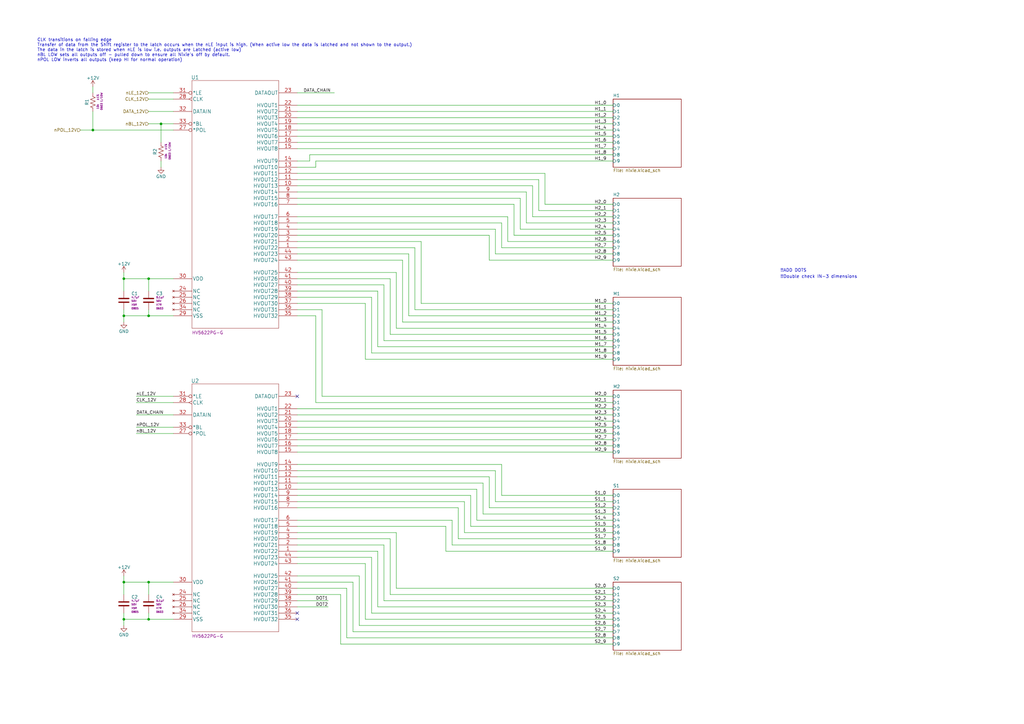
<source format=kicad_sch>
(kicad_sch (version 20211123) (generator eeschema)
  (paper "A3")
  (lib_symbols
    (symbol "arjun_symbols:CAP_CER_0u1_50V_X7R_0603" (pin_numbers hide) (pin_names (offset 0.254))
      (property "Reference" "C" (at 3.048 -1.016 0))
      (property "Capacitance" "0.1µF" (at 3.048 -2.54 0))
      (property "Voltage" "50V" (at 3.048 -4.064 0))
      (property "Package" "0603" (at 3.048 -7.112 0))
      (property "Temp Co" "X7R" (at 3.048 -5.588 0))
      (symbol "CAP_CER_0u1_50V_X7R_0603_0_1"
        (polyline (pts (xy -2.032 -4.572) (xy 2.032 -4.572)) (stroke (width 0.508)))
        (polyline (pts (xy -2.032 -3.048) (xy 2.032 -3.048)) (stroke (width 0.508)))
      )
      (symbol "CAP_CER_0u1_50V_X7R_0603_1_1"
        (pin passive line (at 0 0 270) (length 2.794) (name "~") (number "1"))
        (pin passive line (at 0 -7.62 90) (length 2.794) (name "~") (number "2"))
      )
    )
    (symbol "arjun_symbols:CAP_CER_4u7_50V_X5R_0805" (pin_numbers hide) (pin_names (offset 0.254))
      (property "Reference" "C" (at 3.048 -1.016 0))
      (property "Capacitance" "4.7µF" (at 3.048 -2.54 0))
      (property "Voltage" "50V" (at 3.048 -4.064 0))
      (property "Package" "0805" (at 3.048 -7.112 0))
      (property "Temp Co" "X5R" (at 3.048 -5.588 0))
      (symbol "CAP_CER_4u7_50V_X5R_0805_0_1"
        (polyline (pts (xy -2.032 -4.572) (xy 2.032 -4.572)) (stroke (width 0.508)))
        (polyline (pts (xy -2.032 -3.048) (xy 2.032 -3.048)) (stroke (width 0.508)))
      )
      (symbol "CAP_CER_4u7_50V_X5R_0805_1_1"
        (pin passive line (at 0 0 270) (length 2.794) (name "~") (number "1"))
        (pin passive line (at 0 -7.62 90) (length 2.794) (name "~") (number "2"))
      )
    )
    (symbol "arjun_symbols:IC_SR_HV5622PG-G" (pin_names (offset 0.254))
      (property "Reference" "U" (at 8.89 6.35 0))
      (property "ManufacturerPN" "HV5622PG-G" (at 7.62 -99.06 0))
      (symbol "IC_SR_HV5622PG-G_1_1"
        (polyline (pts (xy 7.62 -96.52) (xy 43.18 -96.52)) (stroke (width 0.127)))
        (polyline (pts (xy 7.62 5.08) (xy 7.62 -96.52)) (stroke (width 0.127)))
        (polyline (pts (xy 43.18 -96.52) (xy 43.18 5.08)) (stroke (width 0.127)))
        (polyline (pts (xy 43.18 5.08) (xy 7.62 5.08)) (stroke (width 0.127)))
        (pin output line (at 50.8 -63.5 180) (length 7.62) (name "HVOUT22") (number "1"))
        (pin output line (at 50.8 -38.1 180) (length 7.62) (name "HVOUT13") (number "10"))
        (pin output line (at 50.8 -35.56 180) (length 7.62) (name "HVOUT12") (number "11"))
        (pin output line (at 50.8 -33.02 180) (length 7.62) (name "HVOUT11") (number "12"))
        (pin output line (at 50.8 -30.48 180) (length 7.62) (name "HVOUT10") (number "13"))
        (pin output line (at 50.8 -27.94 180) (length 7.62) (name "HVOUT9") (number "14"))
        (pin output line (at 50.8 -22.86 180) (length 7.62) (name "HVOUT8") (number "15"))
        (pin output line (at 50.8 -20.32 180) (length 7.62) (name "HVOUT7") (number "16"))
        (pin output line (at 50.8 -17.78 180) (length 7.62) (name "HVOUT6") (number "17"))
        (pin output line (at 50.8 -15.24 180) (length 7.62) (name "HVOUT5") (number "18"))
        (pin output line (at 50.8 -12.7 180) (length 7.62) (name "HVOUT4") (number "19"))
        (pin output line (at 50.8 -60.96 180) (length 7.62) (name "HVOUT21") (number "2"))
        (pin output line (at 50.8 -10.16 180) (length 7.62) (name "HVOUT3") (number "20"))
        (pin output line (at 50.8 -7.62 180) (length 7.62) (name "HVOUT2") (number "21"))
        (pin output line (at 50.8 -5.08 180) (length 7.62) (name "HVOUT1") (number "22"))
        (pin output line (at 50.8 0 180) (length 7.62) (name "DATAOUT") (number "23"))
        (pin no_connect line (at 0 -81.28 0) (length 7.62) (name "NC") (number "24"))
        (pin no_connect line (at 0 -83.82 0) (length 7.62) (name "NC") (number "25"))
        (pin no_connect line (at 0 -86.36 0) (length 7.62) (name "NC") (number "26"))
        (pin input inverted (at 0 -15.24 0) (length 7.62) (name "*POL") (number "27"))
        (pin input edge_clock_high (at 0 -2.54 0) (length 7.62) (name "CLK") (number "28"))
        (pin power_in line (at 0 -91.44 0) (length 7.62) (name "VSS") (number "29"))
        (pin output line (at 50.8 -58.42 180) (length 7.62) (name "HVOUT20") (number "3"))
        (pin power_in line (at 0 -76.2 0) (length 7.62) (name "VDD") (number "30"))
        (pin input inverted (at 0 0 0) (length 7.62) (name "*LE") (number "31"))
        (pin input line (at 0 -7.62 0) (length 7.62) (name "DATAIN") (number "32"))
        (pin input inverted (at 0 -12.7 0) (length 7.62) (name "*BL") (number "33"))
        (pin no_connect line (at 0 -88.9 0) (length 7.62) (name "NC") (number "34"))
        (pin output line (at 50.8 -91.44 180) (length 7.62) (name "HVOUT32") (number "35"))
        (pin output line (at 50.8 -88.9 180) (length 7.62) (name "HVOUT31") (number "36"))
        (pin output line (at 50.8 -86.36 180) (length 7.62) (name "HVOUT30") (number "37"))
        (pin output line (at 50.8 -83.82 180) (length 7.62) (name "HVOUT29") (number "38"))
        (pin output line (at 50.8 -81.28 180) (length 7.62) (name "HVOUT28") (number "39"))
        (pin output line (at 50.8 -55.88 180) (length 7.62) (name "HVOUT19") (number "4"))
        (pin output line (at 50.8 -78.74 180) (length 7.62) (name "HVOUT27") (number "40"))
        (pin output line (at 50.8 -76.2 180) (length 7.62) (name "HVOUT26") (number "41"))
        (pin output line (at 50.8 -73.66 180) (length 7.62) (name "HVOUT25") (number "42"))
        (pin output line (at 50.8 -68.58 180) (length 7.62) (name "HVOUT24") (number "43"))
        (pin output line (at 50.8 -66.04 180) (length 7.62) (name "HVOUT23") (number "44"))
        (pin output line (at 50.8 -53.34 180) (length 7.62) (name "HVOUT18") (number "5"))
        (pin output line (at 50.8 -50.8 180) (length 7.62) (name "HVOUT17") (number "6"))
        (pin output line (at 50.8 -45.72 180) (length 7.62) (name "HVOUT16") (number "7"))
        (pin output line (at 50.8 -43.18 180) (length 7.62) (name "HVOUT15") (number "8"))
        (pin output line (at 50.8 -40.64 180) (length 7.62) (name "HVOUT14") (number "9"))
      )
    )
    (symbol "arjun_symbols:RES_10K_1P_1{slash}10W_0603" (pin_numbers hide) (pin_names (offset 0))
      (property "Reference" "R" (at -3.175 -3.81 90))
      (property "Resistance" "10k" (at 2.032 -5.588 90))
      (property "Tolerance" "±1% " (at 2.032 -1.524 90))
      (property "Package" "0603" (at 3.556 -5.588 90))
      (property "Power" "1/10W" (at 3.556 -1.778 90))
      (symbol "RES_10K_1P_1{slash}10W_0603_0_1"
        (polyline (pts (xy 0 -6.096) (xy 0 -6.35)))
        (polyline (pts (xy 0 -1.524) (xy 0 -1.27)))
        (polyline (pts (xy 0 -4.572) (xy 1.016 -4.953) (xy 0 -5.334) (xy -1.016 -5.715) (xy 0 -6.096)))
        (polyline (pts (xy 0 -3.048) (xy 1.016 -3.429) (xy 0 -3.81) (xy -1.016 -4.191) (xy 0 -4.572)))
        (polyline (pts (xy 0 -1.524) (xy 1.016 -1.905) (xy 0 -2.286) (xy -1.016 -2.667) (xy 0 -3.048)))
      )
      (symbol "RES_10K_1P_1{slash}10W_0603_1_1"
        (pin passive line (at 0 0 270) (length 1.27) (name "~") (number "1"))
        (pin passive line (at 0 -7.62 90) (length 1.27) (name "~") (number "2"))
      )
    )
    (symbol "power:+12V" (power) (pin_names (offset 0))
      (property "Value" "+12V" (at 0 3.556 0))
      (symbol "+12V_0_1"
        (polyline (pts (xy -0.762 1.27) (xy 0 2.54)))
        (polyline (pts (xy 0 0) (xy 0 2.54)))
        (polyline (pts (xy 0 2.54) (xy 0.762 1.27)))
      )
      (symbol "+12V_1_1"
        (pin power_in line (at 0 0 90) (length 0) hide (name "+12V") (number "1"))
      )
    )
    (symbol "power:GND" (power) (pin_names (offset 0))
      (property "Value" "GND" (at 0 -3.81 0))
      (symbol "GND_0_1"
        (polyline (pts (xy 0 0) (xy 0 -1.27) (xy 1.27 -1.27) (xy 0 -2.54) (xy -1.27 -1.27) (xy 0 -1.27)))
      )
      (symbol "GND_1_1"
        (pin power_in line (at 0 0 270) (length 0) hide (name "GND") (number "1"))
      )
    )
  )
  (junction (at 38.1 53.34))
  (junction (at 50.8 238.76))
  (junction (at 66.04 50.8))
  (junction (at 60.96 254))
  (junction (at 60.96 114.3))
  (junction (at 50.8 114.3))
  (junction (at 50.8 254))
  (junction (at 60.96 129.54))
  (junction (at 50.8 129.54))
  (junction (at 60.96 238.76))
  (no_connect (at 121.92 162.56))
  (no_connect (at 121.92 254))
  (no_connect (at 121.92 251.46))
  (wire (pts (xy 121.92 73.66) (xy 220.98 73.66)))
  (wire (pts (xy 121.92 114.3) (xy 160.02 114.3)))
  (wire (pts (xy 251.46 256.54) (xy 147.32 256.54)))
  (wire (pts (xy 60.96 238.76) (xy 60.96 243.84)))
  (wire (pts (xy 121.92 96.52) (xy 200.66 96.52)))
  (wire (pts (xy 172.72 124.46) (xy 251.46 124.46)))
  (wire (pts (xy 121.92 121.92) (xy 152.4 121.92)))
  (wire (pts (xy 160.02 243.84) (xy 251.46 243.84)))
  (wire (pts (xy 157.48 139.7) (xy 251.46 139.7)))
  (wire (pts (xy 129.54 129.54) (xy 129.54 165.1)))
  (wire (pts (xy 121.92 223.52) (xy 157.48 223.52)))
  (wire (pts (xy 60.96 127) (xy 60.96 129.54)))
  (wire (pts (xy 121.92 218.44) (xy 162.56 218.44)))
  (wire (pts (xy 162.56 111.76) (xy 162.56 134.62)))
  (wire (pts (xy 50.8 119.38) (xy 50.8 114.3)))
  (wire (pts (xy 193.04 203.2) (xy 121.92 203.2)))
  (wire (pts (xy 55.88 165.1) (xy 71.12 165.1)))
  (wire (pts (xy 121.92 116.84) (xy 157.48 116.84)))
  (wire (pts (xy 160.02 220.98) (xy 160.02 243.84)))
  (wire (pts (xy 203.2 93.98) (xy 203.2 104.14)))
  (wire (pts (xy 205.74 101.6) (xy 205.74 91.44)))
  (wire (pts (xy 149.86 147.32) (xy 251.46 147.32)))
  (wire (pts (xy 55.88 170.18) (xy 71.12 170.18)))
  (wire (pts (xy 154.94 248.92) (xy 251.46 248.92)))
  (wire (pts (xy 50.8 251.46) (xy 50.8 254)))
  (wire (pts (xy 38.1 45.72) (xy 38.1 53.34)))
  (wire (pts (xy 152.4 228.6) (xy 121.92 228.6)))
  (wire (pts (xy 60.96 251.46) (xy 60.96 254)))
  (wire (pts (xy 198.12 210.82) (xy 251.46 210.82)))
  (wire (pts (xy 121.92 129.54) (xy 129.54 129.54)))
  (wire (pts (xy 121.92 58.42) (xy 251.46 58.42)))
  (wire (pts (xy 187.96 220.98) (xy 251.46 220.98)))
  (wire (pts (xy 121.92 68.58) (xy 129.54 68.58)))
  (wire (pts (xy 121.92 193.04) (xy 203.2 193.04)))
  (wire (pts (xy 152.4 251.46) (xy 251.46 251.46)))
  (wire (pts (xy 149.86 254) (xy 251.46 254)))
  (wire (pts (xy 121.92 48.26) (xy 251.46 48.26)))
  (wire (pts (xy 210.82 83.82) (xy 210.82 96.52)))
  (wire (pts (xy 139.7 264.16) (xy 251.46 264.16)))
  (wire (pts (xy 200.66 195.58) (xy 200.66 208.28)))
  (wire (pts (xy 121.92 220.98) (xy 160.02 220.98)))
  (wire (pts (xy 121.92 172.72) (xy 251.46 172.72)))
  (wire (pts (xy 121.92 91.44) (xy 205.74 91.44)))
  (wire (pts (xy 60.96 45.72) (xy 71.12 45.72)))
  (wire (pts (xy 213.36 93.98) (xy 251.46 93.98)))
  (wire (pts (xy 55.88 162.56) (xy 71.12 162.56)))
  (wire (pts (xy 121.92 185.42) (xy 251.46 185.42)))
  (wire (pts (xy 215.9 91.44) (xy 251.46 91.44)))
  (wire (pts (xy 144.78 259.08) (xy 251.46 259.08)))
  (wire (pts (xy 121.92 78.74) (xy 215.9 78.74)))
  (wire (pts (xy 66.04 50.8) (xy 71.12 50.8)))
  (wire (pts (xy 60.96 114.3) (xy 71.12 114.3)))
  (wire (pts (xy 121.92 238.76) (xy 144.78 238.76)))
  (wire (pts (xy 60.96 38.1) (xy 71.12 38.1)))
  (wire (pts (xy 121.92 231.14) (xy 149.86 231.14)))
  (wire (pts (xy 185.42 223.52) (xy 251.46 223.52)))
  (wire (pts (xy 127 66.04) (xy 127 63.5)))
  (wire (pts (xy 157.48 223.52) (xy 157.48 246.38)))
  (wire (pts (xy 121.92 182.88) (xy 251.46 182.88)))
  (wire (pts (xy 50.8 129.54) (xy 60.96 129.54)))
  (wire (pts (xy 167.64 129.54) (xy 251.46 129.54)))
  (wire (pts (xy 121.92 60.96) (xy 251.46 60.96)))
  (wire (pts (xy 38.1 35.56) (xy 38.1 38.1)))
  (wire (pts (xy 121.92 111.76) (xy 162.56 111.76)))
  (wire (pts (xy 60.96 254) (xy 71.12 254)))
  (wire (pts (xy 50.8 114.3) (xy 60.96 114.3)))
  (wire (pts (xy 172.72 99.06) (xy 172.72 124.46)))
  (wire (pts (xy 121.92 53.34) (xy 251.46 53.34)))
  (wire (pts (xy 149.86 124.46) (xy 149.86 147.32)))
  (wire (pts (xy 121.92 45.72) (xy 251.46 45.72)))
  (wire (pts (xy 121.92 195.58) (xy 200.66 195.58)))
  (wire (pts (xy 203.2 104.14) (xy 251.46 104.14)))
  (wire (pts (xy 50.8 238.76) (xy 60.96 238.76)))
  (wire (pts (xy 121.92 248.92) (xy 134.62 248.92)))
  (wire (pts (xy 121.92 190.5) (xy 205.74 190.5)))
  (wire (pts (xy 154.94 119.38) (xy 154.94 142.24)))
  (wire (pts (xy 121.92 213.36) (xy 185.42 213.36)))
  (wire (pts (xy 121.92 81.28) (xy 213.36 81.28)))
  (wire (pts (xy 185.42 213.36) (xy 185.42 223.52)))
  (wire (pts (xy 203.2 205.74) (xy 251.46 205.74)))
  (wire (pts (xy 121.92 106.68) (xy 165.1 106.68)))
  (wire (pts (xy 121.92 83.82) (xy 210.82 83.82)))
  (wire (pts (xy 182.88 226.06) (xy 251.46 226.06)))
  (wire (pts (xy 127 63.5) (xy 251.46 63.5)))
  (wire (pts (xy 121.92 104.14) (xy 167.64 104.14)))
  (wire (pts (xy 55.88 175.26) (xy 71.12 175.26)))
  (wire (pts (xy 208.28 99.06) (xy 251.46 99.06)))
  (wire (pts (xy 251.46 261.62) (xy 142.24 261.62)))
  (wire (pts (xy 157.48 246.38) (xy 251.46 246.38)))
  (wire (pts (xy 152.4 121.92) (xy 152.4 144.78)))
  (wire (pts (xy 190.5 218.44) (xy 251.46 218.44)))
  (wire (pts (xy 121.92 180.34) (xy 251.46 180.34)))
  (wire (pts (xy 50.8 254) (xy 60.96 254)))
  (wire (pts (xy 195.58 200.66) (xy 195.58 213.36)))
  (wire (pts (xy 121.92 101.6) (xy 170.18 101.6)))
  (wire (pts (xy 121.92 50.8) (xy 251.46 50.8)))
  (wire (pts (xy 147.32 256.54) (xy 147.32 236.22)))
  (wire (pts (xy 200.66 208.28) (xy 251.46 208.28)))
  (wire (pts (xy 170.18 101.6) (xy 170.18 127)))
  (wire (pts (xy 121.92 167.64) (xy 251.46 167.64)))
  (wire (pts (xy 121.92 243.84) (xy 139.7 243.84)))
  (wire (pts (xy 154.94 142.24) (xy 251.46 142.24)))
  (wire (pts (xy 121.92 124.46) (xy 149.86 124.46)))
  (wire (pts (xy 60.96 114.3) (xy 60.96 119.38)))
  (wire (pts (xy 200.66 106.68) (xy 200.66 96.52)))
  (wire (pts (xy 60.96 40.64) (xy 71.12 40.64)))
  (wire (pts (xy 121.92 66.04) (xy 127 66.04)))
  (wire (pts (xy 121.92 226.06) (xy 154.94 226.06)))
  (wire (pts (xy 121.92 205.74) (xy 190.5 205.74)))
  (wire (pts (xy 121.92 43.18) (xy 251.46 43.18)))
  (wire (pts (xy 193.04 215.9) (xy 251.46 215.9)))
  (wire (pts (xy 50.8 256.54) (xy 50.8 254)))
  (wire (pts (xy 55.88 177.8) (xy 71.12 177.8)))
  (wire (pts (xy 50.8 132.08) (xy 50.8 129.54)))
  (wire (pts (xy 121.92 175.26) (xy 251.46 175.26)))
  (wire (pts (xy 195.58 213.36) (xy 251.46 213.36)))
  (wire (pts (xy 121.92 200.66) (xy 195.58 200.66)))
  (wire (pts (xy 215.9 78.74) (xy 215.9 91.44)))
  (wire (pts (xy 152.4 251.46) (xy 152.4 228.6)))
  (wire (pts (xy 66.04 50.8) (xy 66.04 58.42)))
  (wire (pts (xy 220.98 73.66) (xy 220.98 86.36)))
  (wire (pts (xy 144.78 238.76) (xy 144.78 259.08)))
  (wire (pts (xy 132.08 127) (xy 132.08 162.56)))
  (wire (pts (xy 60.96 238.76) (xy 71.12 238.76)))
  (wire (pts (xy 129.54 165.1) (xy 251.46 165.1)))
  (wire (pts (xy 132.08 162.56) (xy 251.46 162.56)))
  (wire (pts (xy 121.92 71.12) (xy 223.52 71.12)))
  (wire (pts (xy 210.82 96.52) (xy 251.46 96.52)))
  (wire (pts (xy 142.24 241.3) (xy 121.92 241.3)))
  (wire (pts (xy 251.46 106.68) (xy 200.66 106.68)))
  (wire (pts (xy 203.2 193.04) (xy 203.2 205.74)))
  (wire (pts (xy 157.48 116.84) (xy 157.48 139.7)))
  (wire (pts (xy 121.92 215.9) (xy 182.88 215.9)))
  (wire (pts (xy 139.7 243.84) (xy 139.7 264.16)))
  (wire (pts (xy 50.8 111.76) (xy 50.8 114.3)))
  (wire (pts (xy 149.86 231.14) (xy 149.86 254)))
  (wire (pts (xy 193.04 215.9) (xy 193.04 203.2)))
  (wire (pts (xy 198.12 210.82) (xy 198.12 198.12)))
  (wire (pts (xy 121.92 93.98) (xy 203.2 93.98)))
  (wire (pts (xy 50.8 127) (xy 50.8 129.54)))
  (wire (pts (xy 213.36 93.98) (xy 213.36 81.28)))
  (wire (pts (xy 162.56 218.44) (xy 162.56 241.3)))
  (wire (pts (xy 170.18 127) (xy 251.46 127)))
  (wire (pts (xy 38.1 53.34) (xy 71.12 53.34)))
  (wire (pts (xy 182.88 226.06) (xy 182.88 215.9)))
  (wire (pts (xy 152.4 144.78) (xy 251.46 144.78)))
  (wire (pts (xy 129.54 68.58) (xy 129.54 66.04)))
  (wire (pts (xy 60.96 50.8) (xy 66.04 50.8)))
  (wire (pts (xy 121.92 55.88) (xy 251.46 55.88)))
  (wire (pts (xy 208.28 88.9) (xy 208.28 99.06)))
  (wire (pts (xy 121.92 38.1) (xy 137.16 38.1)))
  (wire (pts (xy 129.54 66.04) (xy 251.46 66.04)))
  (wire (pts (xy 147.32 236.22) (xy 121.92 236.22)))
  (wire (pts (xy 223.52 83.82) (xy 251.46 83.82)))
  (wire (pts (xy 220.98 86.36) (xy 251.46 86.36)))
  (wire (pts (xy 162.56 241.3) (xy 251.46 241.3)))
  (wire (pts (xy 154.94 226.06) (xy 154.94 248.92)))
  (wire (pts (xy 187.96 220.98) (xy 187.96 208.28)))
  (wire (pts (xy 121.92 127) (xy 132.08 127)))
  (wire (pts (xy 205.74 190.5) (xy 205.74 203.2)))
  (wire (pts (xy 121.92 88.9) (xy 208.28 88.9)))
  (wire (pts (xy 121.92 99.06) (xy 172.72 99.06)))
  (wire (pts (xy 162.56 134.62) (xy 251.46 134.62)))
  (wire (pts (xy 121.92 177.8) (xy 251.46 177.8)))
  (wire (pts (xy 187.96 208.28) (xy 121.92 208.28)))
  (wire (pts (xy 50.8 236.22) (xy 50.8 238.76)))
  (wire (pts (xy 223.52 71.12) (xy 223.52 83.82)))
  (wire (pts (xy 218.44 88.9) (xy 218.44 76.2)))
  (wire (pts (xy 50.8 243.84) (xy 50.8 238.76)))
  (wire (pts (xy 205.74 203.2) (xy 251.46 203.2)))
  (wire (pts (xy 121.92 76.2) (xy 218.44 76.2)))
  (wire (pts (xy 167.64 104.14) (xy 167.64 129.54)))
  (wire (pts (xy 60.96 129.54) (xy 71.12 129.54)))
  (wire (pts (xy 160.02 114.3) (xy 160.02 137.16)))
  (wire (pts (xy 121.92 119.38) (xy 154.94 119.38)))
  (wire (pts (xy 198.12 198.12) (xy 121.92 198.12)))
  (wire (pts (xy 66.04 68.58) (xy 66.04 66.04)))
  (wire (pts (xy 121.92 170.18) (xy 251.46 170.18)))
  (wire (pts (xy 121.92 246.38) (xy 134.62 246.38)))
  (wire (pts (xy 33.02 53.34) (xy 38.1 53.34)))
  (wire (pts (xy 160.02 137.16) (xy 251.46 137.16)))
  (wire (pts (xy 251.46 101.6) (xy 205.74 101.6)))
  (wire (pts (xy 165.1 132.08) (xy 251.46 132.08)))
  (wire (pts (xy 165.1 106.68) (xy 165.1 132.08)))
  (wire (pts (xy 142.24 261.62) (xy 142.24 241.3)))
  (wire (pts (xy 190.5 205.74) (xy 190.5 218.44)))
  (wire (pts (xy 218.44 88.9) (xy 251.46 88.9)))
  (text "CLK transitions on falling edge\nTransfer of data from the Shift register to the latch occurs when the nLE input is high. (When active low the data is latched and not shown to the output.)\nThe data in the latch is stored when nLE is low i.e. outputs are Latched (active low)\nnBL LOW sets all outputs off - pulled down to ensure all Nixie's off by default.\nnPOL LOW inverts all outputs (keep HI for normal operation)\n" (at 15.24 25.4 0) (effects (font (size 1.27 1.27)) (justify left bottom)))
  (text "!!ADD DOTS\n" (at 320.04 111.76 0) (effects (font (size 1.27 1.27)) (justify left bottom)))
  (text "!!Double check IN-3 dimensions\n" (at 320.04 114.3 0) (effects (font (size 1.27 1.27)) (justify left bottom)))
  (label "M2_7" (at 243.84 180.34 0))
  (label "S2_5" (at 243.84 254 0))
  (label "S2_0" (at 243.84 241.3 0))
  (label "H2_0" (at 243.84 83.82 0))
  (label "M2_5" (at 243.84 175.26 0))
  (label "S1_8" (at 243.84 223.52 0))
  (label "H1_1" (at 243.84 45.72 0))
  (label "H2_2" (at 243.84 88.9 0))
  (label "H1_3" (at 243.84 50.8 0))
  (label "M2_0" (at 243.84 162.56 0))
  (label "M1_9" (at 243.84 147.32 0))
  (label "H1_9" (at 243.84 66.04 0))
  (label "CLK_12V" (at 55.88 165.1 0))
  (label "S1_9" (at 243.84 226.06 0))
  (label "DATA_CHAIN" (at 55.88 170.18 0))
  (label "M2_9" (at 243.84 185.42 0))
  (label "H2_7" (at 243.84 101.6 0))
  (label "DOT1" (at 129.54 246.38 0))
  (label "S1_6" (at 243.84 218.44 0))
  (label "H2_5" (at 243.84 96.52 0))
  (label "H2_8" (at 243.84 104.14 0))
  (label "H1_2" (at 243.84 48.26 0))
  (label "S2_3" (at 243.84 248.92 0))
  (label "DOT2" (at 129.54 248.92 0))
  (label "S2_9" (at 243.84 264.16 0))
  (label "M2_6" (at 243.84 177.8 0))
  (label "nBL_12V" (at 55.88 177.8 0))
  (label "H1_4" (at 243.84 53.34 0))
  (label "S1_4" (at 243.84 213.36 0))
  (label "M2_3" (at 243.84 170.18 0))
  (label "M2_1" (at 243.84 165.1 0))
  (label "M1_6" (at 243.84 139.7 0))
  (label "DATA_CHAIN" (at 124.46 38.1 0))
  (label "H2_6" (at 243.84 99.06 0))
  (label "S2_7" (at 243.84 259.08 0))
  (label "S1_2" (at 243.84 208.28 0))
  (label "M2_8" (at 243.84 182.88 0))
  (label "H2_1" (at 243.84 86.36 0))
  (label "S1_7" (at 243.84 220.98 0))
  (label "H1_8" (at 243.84 63.5 0))
  (label "S1_5" (at 243.84 215.9 0))
  (label "nLE_12V" (at 55.88 162.56 0))
  (label "S2_8" (at 243.84 261.62 0))
  (label "S2_6" (at 243.84 256.54 0))
  (label "M2_4" (at 243.84 172.72 0))
  (label "S2_1" (at 243.84 243.84 0))
  (label "M1_4" (at 243.84 134.62 0))
  (label "H2_3" (at 243.84 91.44 0))
  (label "S2_4" (at 243.84 251.46 0))
  (label "M1_7" (at 243.84 142.24 0))
  (label "H1_0" (at 243.84 43.18 0))
  (label "H2_9" (at 243.84 106.68 0))
  (label "M1_3" (at 243.84 132.08 0))
  (label "M1_1" (at 243.84 127 0))
  (label "H2_4" (at 243.84 93.98 0))
  (label "S2_2" (at 243.84 246.38 0))
  (label "M1_5" (at 243.84 137.16 0))
  (label "S1_3" (at 243.84 210.82 0))
  (label "H1_7" (at 243.84 60.96 0))
  (label "S1_0" (at 243.84 203.2 0))
  (label "M1_2" (at 243.84 129.54 0))
  (label "M1_0" (at 243.84 124.46 0))
  (label "S1_1" (at 243.84 205.74 0))
  (label "H1_5" (at 243.84 55.88 0))
  (label "M2_2" (at 243.84 167.64 0))
  (label "M1_8" (at 243.84 144.78 0))
  (label "H1_6" (at 243.84 58.42 0))
  (label "nPOL_12V" (at 55.88 175.26 0))
  (hierarchical_label "nBL_12V" (shape input) (at 60.96 50.8 180))
  (hierarchical_label "nLE_12V" (shape input) (at 60.96 38.1 180))
  (hierarchical_label "CLK_12V" (shape input) (at 60.96 40.64 180))
  (hierarchical_label "nPOL_12V" (shape input) (at 33.02 53.34 180))
  (hierarchical_label "DATA_12V" (shape input) (at 60.96 45.72 180))
  (symbol (lib_id "power:+12V") (at 50.8 236.22 0) (unit 1)
    (property "Reference" "#PWR04" (effects hide))
    (property "Value" "+12V" (at 50.8 232.664 0))
  )
  (symbol (lib_id "arjun_symbols:RES_10K_1P_1{slash}10W_0603") (at 66.04 58.42 0) (unit 1)
    (property "Reference" "R2" (at 62.865 62.23 90) (effects (justify top)))
    (property "Value" "RES_10K_1P_1/10W_0603" (effects hide))
    (property "Footprint" "Resistor_SMD:R_0603_1608Metric" (effects hide))
    (property "Datasheet" "https://www.yageo.com/upload/media/product/productsearch/datasheet/rchip/PYu-RC_Group_51_RoHS_L_12.pdf" (effects hide))
    (property "Manufacturer" "YAGEO" (effects hide))
    (property "ManufacturerPN" "RC0603FR-0710KL" (effects hide))
    (property "Vendor" "Digi-Key" (effects hide))
    (property "VendorPN" "311-10.0KHRCT-ND" (effects hide))
    (property "Resistance" "10k" (at 68.072 64.008 90) (effects (font (size 0.762 0.762))))
    (property "Tolerance" "±1% " (at 68.072 59.944 90) (effects (font (size 0.762 0.762))))
    (property "Package" "0603" (at 69.596 64.008 90) (effects (font (size 0.762 0.762))))
    (property "Power" "1/10W" (at 69.596 60.198 90) (effects (font (size 0.762 0.762))))
  )
  (symbol (lib_id "arjun_symbols:CAP_CER_0u1_50V_X7R_0603") (at 60.96 243.84 0) (unit 1)
    (property "Reference" "C4" (at 64.008 244.856 0) (effects (justify left)))
    (property "Value" "CAP_CER_0u1_50V_X7R_0603" (effects hide))
    (property "Footprint" "Capacitor_SMD:C_0603_1608Metric" (effects hide))
    (property "Datasheet" "https://search.murata.co.jp/Ceramy/image/img/A01X/G101/ENG/GRM21BR61H475KE51-01.pdf" (effects hide))
    (property "Manufacturer" "Samsung Electro-Mechanics" (effects hide))
    (property "ManufacturerPN" "CL10B104KB8NNNC" (effects hide))
    (property "Vendor" "Digi-Key" (effects hide))
    (property "VendorPN" "1276-1000-1-ND" (effects hide))
    (property "Capacitance" "0.1µF" (at 64.008 246.38 0) (effects (font (size 0.762 0.762)) (justify left)))
    (property "Voltage" "50V" (at 64.008 247.904 0) (effects (font (size 0.762 0.762)) (justify left)))
    (property "Package" "0603" (at 64.008 250.952 0) (effects (font (size 0.762 0.762)) (justify left)))
    (property "Temp Co" "X7R" (at 64.008 249.428 0) (effects (font (size 0.762 0.762)) (justify left)))
  )
  (symbol (lib_id "power:GND") (at 66.04 68.58 0) (unit 1)
    (property "Reference" "#PWR06" (effects hide))
    (property "Value" "GND" (at 66.04 72.39 0))
  )
  (symbol (lib_id "power:GND") (at 50.8 256.54 0) (unit 1)
    (property "Reference" "#PWR05" (effects hide))
    (property "Value" "GND" (at 50.8 260.35 0))
  )
  (symbol (lib_id "arjun_symbols:IC_SR_HV5622PG-G") (at 71.12 162.56 0) (unit 1)
    (property "Reference" "U2" (at 80.01 156.21 0) (effects (font (size 1.524 1.524))))
    (property "Value" "IC_HV5622PG-G" (effects hide))
    (property "Footprint" "arjun_footprints:HV5622PG-G" (effects hide))
    (property "Datasheet" "https://ww1.microchip.com/downloads/aemDocuments/documents/OTH/ProductDocuments/DataSheets/20005854A.pdf" (effects hide))
    (property "Manufacturer" "Microchip Technology" (effects hide))
    (property "ManufacturerPN" "HV5622PG-G" (at 78.74 261.62 0) (effects (justify left bottom)))
    (property "Vendor" "Digi-Key" (effects hide))
    (property "VendorPN" "HV5622PG-G-ND" (effects hide))
  )
  (symbol (lib_id "power:+12V") (at 38.1 35.56 0) (unit 1)
    (property "Reference" "#PWR01" (effects hide))
    (property "Value" "+12V" (at 38.1 32.004 0))
  )
  (symbol (lib_id "arjun_symbols:RES_10K_1P_1{slash}10W_0603") (at 38.1 38.1 0) (unit 1)
    (property "Reference" "R1" (at 34.925 41.91 90) (effects (justify top)))
    (property "Value" "RES_10K_1P_1/10W_0603" (effects hide))
    (property "Footprint" "Resistor_SMD:R_0603_1608Metric" (effects hide))
    (property "Datasheet" "https://www.yageo.com/upload/media/product/productsearch/datasheet/rchip/PYu-RC_Group_51_RoHS_L_12.pdf" (effects hide))
    (property "Manufacturer" "YAGEO" (effects hide))
    (property "ManufacturerPN" "RC0603FR-0710KL" (effects hide))
    (property "Vendor" "Digi-Key" (effects hide))
    (property "VendorPN" "311-10.0KHRCT-ND" (effects hide))
    (property "Resistance" "10k" (at 40.132 43.688 90) (effects (font (size 0.762 0.762))))
    (property "Tolerance" "±1% " (at 40.132 39.624 90) (effects (font (size 0.762 0.762))))
    (property "Package" "0603" (at 41.656 43.688 90) (effects (font (size 0.762 0.762))))
    (property "Power" "1/10W" (at 41.656 39.878 90) (effects (font (size 0.762 0.762))))
  )
  (symbol (lib_id "arjun_symbols:IC_SR_HV5622PG-G") (at 71.12 38.1 0) (unit 1)
    (property "Reference" "U1" (at 80.01 31.75 0) (effects (font (size 1.524 1.524))))
    (property "Value" "IC_HV5622PG-G" (effects hide))
    (property "Footprint" "arjun_footprints:HV5622PG-G" (effects hide))
    (property "Datasheet" "https://ww1.microchip.com/downloads/aemDocuments/documents/OTH/ProductDocuments/DataSheets/20005854A.pdf" (effects hide))
    (property "Manufacturer" "Microchip Technology" (effects hide))
    (property "ManufacturerPN" "HV5622PG-G" (at 78.74 137.16 0) (effects (justify left bottom)))
    (property "Vendor" "Digi-Key" (effects hide))
    (property "VendorPN" "HV5622PG-G-ND" (effects hide))
  )
  (symbol (lib_id "power:+12V") (at 50.8 111.76 0) (unit 1)
    (property "Reference" "#PWR02" (effects hide))
    (property "Value" "+12V" (at 50.8 108.204 0))
  )
  (symbol (lib_id "arjun_symbols:CAP_CER_0u1_50V_X7R_0603") (at 60.96 119.38 0) (unit 1)
    (property "Reference" "C3" (at 64.008 120.396 0) (effects (justify left)))
    (property "Value" "CAP_CER_0u1_50V_X7R_0603" (effects hide))
    (property "Footprint" "Capacitor_SMD:C_0603_1608Metric" (effects hide))
    (property "Datasheet" "https://search.murata.co.jp/Ceramy/image/img/A01X/G101/ENG/GRM21BR61H475KE51-01.pdf" (effects hide))
    (property "Manufacturer" "Samsung Electro-Mechanics" (effects hide))
    (property "ManufacturerPN" "CL10B104KB8NNNC" (effects hide))
    (property "Vendor" "Digi-Key" (effects hide))
    (property "VendorPN" "1276-1000-1-ND" (effects hide))
    (property "Capacitance" "0.1µF" (at 64.008 121.92 0) (effects (font (size 0.762 0.762)) (justify left)))
    (property "Voltage" "50V" (at 64.008 123.444 0) (effects (font (size 0.762 0.762)) (justify left)))
    (property "Package" "0603" (at 64.008 126.492 0) (effects (font (size 0.762 0.762)) (justify left)))
    (property "Temp Co" "X7R" (at 64.008 124.968 0) (effects (font (size 0.762 0.762)) (justify left)))
  )
  (symbol (lib_id "power:GND") (at 50.8 132.08 0) (unit 1)
    (property "Reference" "#PWR03" (effects hide))
    (property "Value" "GND" (at 50.8 135.89 0))
  )
  (symbol (lib_id "arjun_symbols:CAP_CER_4u7_50V_X5R_0805") (at 50.8 243.84 0) (unit 1)
    (property "Reference" "C2" (at 53.848 244.856 0) (effects (justify left)))
    (property "Value" "CAP_CER_4u7_50V_X5R_0805" (effects hide))
    (property "Footprint" "Capacitor_SMD:C_0805_2012Metric" (effects hide))
    (property "Datasheet" "https://search.murata.co.jp/Ceramy/image/img/A01X/G101/ENG/GRM21BR61H475KE51-01.pdf" (effects hide))
    (property "Manufacturer" "Murata Electronics" (effects hide))
    (property "ManufacturerPN" "GRM21BR61H475KE51L" (effects hide))
    (property "Vendor" "Digi-Key" (effects hide))
    (property "VendorPN" "490-10751-1-ND" (effects hide))
    (property "Capacitance" "4.7µF" (at 53.848 246.38 0) (effects (font (size 0.762 0.762)) (justify left)))
    (property "Voltage" "50V" (at 53.848 247.904 0) (effects (font (size 0.762 0.762)) (justify left)))
    (property "Package" "0805" (at 53.848 250.952 0) (effects (font (size 0.762 0.762)) (justify left)))
    (property "Temp Co" "X5R" (at 53.848 249.428 0) (effects (font (size 0.762 0.762)) (justify left)))
  )
  (symbol (lib_id "arjun_symbols:CAP_CER_4u7_50V_X5R_0805") (at 50.8 119.38 0) (unit 1)
    (property "Reference" "C1" (at 53.848 120.396 0) (effects (justify left)))
    (property "Value" "CAP_CER_4u7_50V_X5R_0805" (effects hide))
    (property "Footprint" "Capacitor_SMD:C_0805_2012Metric" (effects hide))
    (property "Datasheet" "https://search.murata.co.jp/Ceramy/image/img/A01X/G101/ENG/GRM21BR61H475KE51-01.pdf" (effects hide))
    (property "Manufacturer" "Murata Electronics" (effects hide))
    (property "ManufacturerPN" "GRM21BR61H475KE51L" (effects hide))
    (property "Vendor" "Digi-Key" (effects hide))
    (property "VendorPN" "490-10751-1-ND" (effects hide))
    (property "Capacitance" "4.7µF" (at 53.848 121.92 0) (effects (font (size 0.762 0.762)) (justify left)))
    (property "Voltage" "50V" (at 53.848 123.444 0) (effects (font (size 0.762 0.762)) (justify left)))
    (property "Package" "0805" (at 53.848 126.492 0) (effects (font (size 0.762 0.762)) (justify left)))
    (property "Temp Co" "X5R" (at 53.848 124.968 0) (effects (font (size 0.762 0.762)) (justify left)))
  )
  (sheet (at 251.46 238.76) (size 27.94 27.94) (stroke (width 0.1524))
    (property "Sheet name" "S2" (at 251.46 238.0484 0) (effects (justify left bottom)))
    (property "Sheet file" "nixie.kicad_sch" (at 251.46 267.2846 0) (effects (justify left top)))
    (pin "9" input (at 251.46 264.16 180))
    (pin "6" input (at 251.46 256.54 180))
    (pin "8" input (at 251.46 261.62 180))
    (pin "7" input (at 251.46 259.08 180))
    (pin "5" input (at 251.46 254 180))
    (pin "1" input (at 251.46 243.84 180))
    (pin "3" input (at 251.46 248.92 180))
    (pin "2" input (at 251.46 246.38 180))
    (pin "0" input (at 251.46 241.3 180))
    (pin "4" input (at 251.46 251.46 180))
  )
  (sheet (at 251.46 200.66) (size 27.94 27.94) (stroke (width 0.1524))
    (property "Sheet name" "S1" (at 251.46 199.9484 0) (effects (justify left bottom)))
    (property "Sheet file" "nixie.kicad_sch" (at 251.46 229.1846 0) (effects (justify left top)))
    (pin "9" input (at 251.46 226.06 180))
    (pin "6" input (at 251.46 218.44 180))
    (pin "8" input (at 251.46 223.52 180))
    (pin "7" input (at 251.46 220.98 180))
    (pin "5" input (at 251.46 215.9 180))
    (pin "1" input (at 251.46 205.74 180))
    (pin "3" input (at 251.46 210.82 180))
    (pin "2" input (at 251.46 208.28 180))
    (pin "0" input (at 251.46 203.2 180))
    (pin "4" input (at 251.46 213.36 180))
  )
  (sheet (at 251.46 81.28) (size 27.94 27.94) (stroke (width 0.1524))
    (property "Sheet name" "H2" (at 251.46 80.5684 0) (effects (justify left bottom)))
    (property "Sheet file" "nixie.kicad_sch" (at 251.46 109.8046 0) (effects (justify left top)))
    (pin "9" input (at 251.46 106.68 180))
    (pin "6" input (at 251.46 99.06 180))
    (pin "8" input (at 251.46 104.14 180))
    (pin "7" input (at 251.46 101.6 180))
    (pin "5" input (at 251.46 96.52 180))
    (pin "1" input (at 251.46 86.36 180))
    (pin "3" input (at 251.46 91.44 180))
    (pin "2" input (at 251.46 88.9 180))
    (pin "0" input (at 251.46 83.82 180))
    (pin "4" input (at 251.46 93.98 180))
  )
  (sheet (at 251.46 40.64) (size 27.94 27.94) (stroke (width 0.1524))
    (property "Sheet name" "H1" (at 251.46 39.9284 0) (effects (justify left bottom)))
    (property "Sheet file" "nixie.kicad_sch" (at 251.46 69.1646 0) (effects (justify left top)))
    (pin "9" input (at 251.46 66.04 180))
    (pin "6" input (at 251.46 58.42 180))
    (pin "8" input (at 251.46 63.5 180))
    (pin "7" input (at 251.46 60.96 180))
    (pin "5" input (at 251.46 55.88 180))
    (pin "1" input (at 251.46 45.72 180))
    (pin "3" input (at 251.46 50.8 180))
    (pin "2" input (at 251.46 48.26 180))
    (pin "0" input (at 251.46 43.18 180))
    (pin "4" input (at 251.46 53.34 180))
  )
  (sheet (at 251.46 121.92) (size 27.94 27.94) (stroke (width 0.1524))
    (property "Sheet name" "M1" (at 251.46 121.2084 0) (effects (justify left bottom)))
    (property "Sheet file" "nixie.kicad_sch" (at 251.46 150.4446 0) (effects (justify left top)))
    (pin "9" input (at 251.46 147.32 180))
    (pin "6" input (at 251.46 139.7 180))
    (pin "8" input (at 251.46 144.78 180))
    (pin "7" input (at 251.46 142.24 180))
    (pin "5" input (at 251.46 137.16 180))
    (pin "1" input (at 251.46 127 180))
    (pin "3" input (at 251.46 132.08 180))
    (pin "2" input (at 251.46 129.54 180))
    (pin "0" input (at 251.46 124.46 180))
    (pin "4" input (at 251.46 134.62 180))
  )
  (sheet (at 251.46 160.02) (size 27.94 27.94) (stroke (width 0.1524))
    (property "Sheet name" "M2" (at 251.46 159.3084 0) (effects (justify left bottom)))
    (property "Sheet file" "nixie.kicad_sch" (at 251.46 188.5446 0) (effects (justify left top)))
    (pin "9" input (at 251.46 185.42 180))
    (pin "6" input (at 251.46 177.8 180))
    (pin "8" input (at 251.46 182.88 180))
    (pin "7" input (at 251.46 180.34 180))
    (pin "5" input (at 251.46 175.26 180))
    (pin "1" input (at 251.46 165.1 180))
    (pin "3" input (at 251.46 170.18 180))
    (pin "2" input (at 251.46 167.64 180))
    (pin "0" input (at 251.46 162.56 180))
    (pin "4" input (at 251.46 172.72 180))
  )
)
</source>
